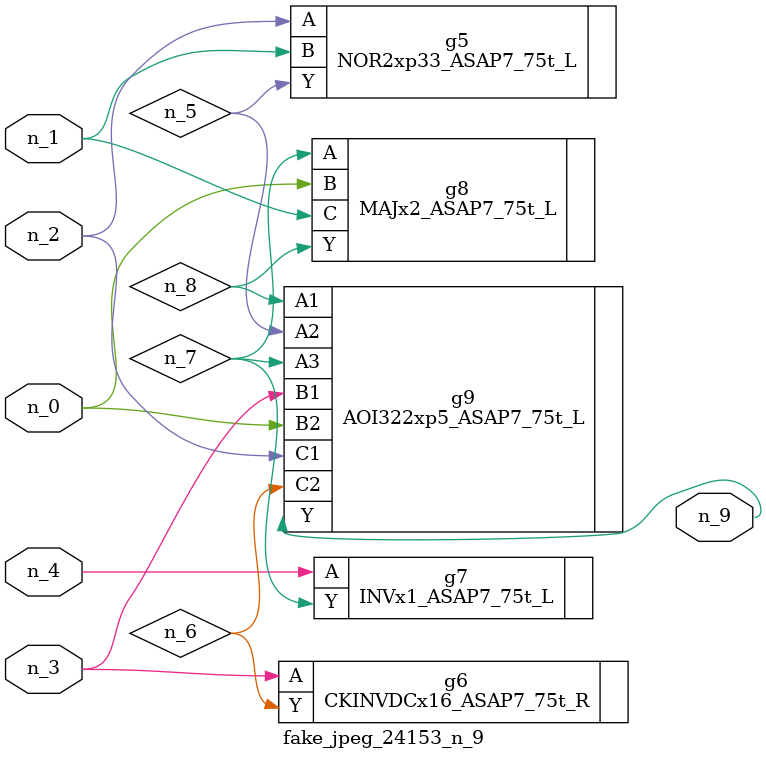
<source format=v>
module fake_jpeg_24153_n_9 (n_3, n_2, n_1, n_0, n_4, n_9);

input n_3;
input n_2;
input n_1;
input n_0;
input n_4;

output n_9;

wire n_8;
wire n_6;
wire n_5;
wire n_7;

NOR2xp33_ASAP7_75t_L g5 ( 
.A(n_2),
.B(n_1),
.Y(n_5)
);

CKINVDCx16_ASAP7_75t_R g6 ( 
.A(n_3),
.Y(n_6)
);

INVx1_ASAP7_75t_L g7 ( 
.A(n_4),
.Y(n_7)
);

MAJx2_ASAP7_75t_L g8 ( 
.A(n_7),
.B(n_0),
.C(n_1),
.Y(n_8)
);

AOI322xp5_ASAP7_75t_L g9 ( 
.A1(n_8),
.A2(n_5),
.A3(n_7),
.B1(n_3),
.B2(n_0),
.C1(n_2),
.C2(n_6),
.Y(n_9)
);


endmodule
</source>
